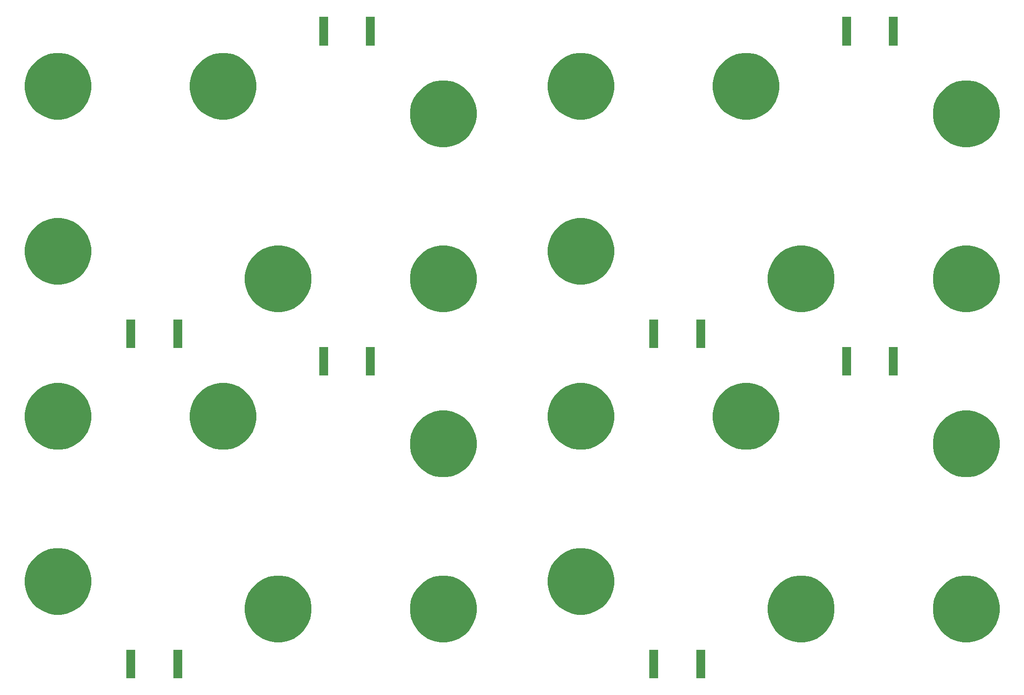
<source format=gbr>
G04 #@! TF.GenerationSoftware,KiCad,Pcbnew,(5.1.5)-3*
G04 #@! TF.CreationDate,2020-03-10T14:16:06+00:00*
G04 #@! TF.ProjectId,led_board,6c65645f-626f-4617-9264-2e6b69636164,rev?*
G04 #@! TF.SameCoordinates,Original*
G04 #@! TF.FileFunction,Soldermask,Bot*
G04 #@! TF.FilePolarity,Negative*
%FSLAX46Y46*%
G04 Gerber Fmt 4.6, Leading zero omitted, Abs format (unit mm)*
G04 Created by KiCad (PCBNEW (5.1.5)-3) date 2020-03-10 14:16:06*
%MOMM*%
%LPD*%
G04 APERTURE LIST*
%ADD10C,0.100000*%
G04 APERTURE END LIST*
D10*
G36*
X62551000Y-147591000D02*
G01*
X60949000Y-147591000D01*
X60949000Y-142409000D01*
X62551000Y-142409000D01*
X62551000Y-147591000D01*
G37*
G36*
X54051000Y-147591000D02*
G01*
X52449000Y-147591000D01*
X52449000Y-142409000D01*
X54051000Y-142409000D01*
X54051000Y-147591000D01*
G37*
G36*
X157551000Y-147591000D02*
G01*
X155949000Y-147591000D01*
X155949000Y-142409000D01*
X157551000Y-142409000D01*
X157551000Y-147591000D01*
G37*
G36*
X149051000Y-147591000D02*
G01*
X147449000Y-147591000D01*
X147449000Y-142409000D01*
X149051000Y-142409000D01*
X149051000Y-147591000D01*
G37*
G36*
X111765010Y-129181536D02*
G01*
X112866222Y-129637673D01*
X113857287Y-130299881D01*
X114700119Y-131142713D01*
X115362327Y-132133778D01*
X115818464Y-133234990D01*
X116051000Y-134404027D01*
X116051000Y-135595973D01*
X115818464Y-136765010D01*
X115362327Y-137866222D01*
X114700119Y-138857287D01*
X113857287Y-139700119D01*
X112866222Y-140362327D01*
X111765010Y-140818464D01*
X110595973Y-141051000D01*
X109404027Y-141051000D01*
X108234990Y-140818464D01*
X107133778Y-140362327D01*
X106142713Y-139700119D01*
X105299881Y-138857287D01*
X104637673Y-137866222D01*
X104181536Y-136765010D01*
X103949000Y-135595973D01*
X103949000Y-134404027D01*
X104181536Y-133234990D01*
X104637673Y-132133778D01*
X105299881Y-131142713D01*
X106142713Y-130299881D01*
X107133778Y-129637673D01*
X108234990Y-129181536D01*
X109404027Y-128949000D01*
X110595973Y-128949000D01*
X111765010Y-129181536D01*
G37*
G36*
X176765010Y-129181536D02*
G01*
X177866222Y-129637673D01*
X178857287Y-130299881D01*
X179700119Y-131142713D01*
X180362327Y-132133778D01*
X180818464Y-133234990D01*
X181051000Y-134404027D01*
X181051000Y-135595973D01*
X180818464Y-136765010D01*
X180362327Y-137866222D01*
X179700119Y-138857287D01*
X178857287Y-139700119D01*
X177866222Y-140362327D01*
X176765010Y-140818464D01*
X175595973Y-141051000D01*
X174404027Y-141051000D01*
X173234990Y-140818464D01*
X172133778Y-140362327D01*
X171142713Y-139700119D01*
X170299881Y-138857287D01*
X169637673Y-137866222D01*
X169181536Y-136765010D01*
X168949000Y-135595973D01*
X168949000Y-134404027D01*
X169181536Y-133234990D01*
X169637673Y-132133778D01*
X170299881Y-131142713D01*
X171142713Y-130299881D01*
X172133778Y-129637673D01*
X173234990Y-129181536D01*
X174404027Y-128949000D01*
X175595973Y-128949000D01*
X176765010Y-129181536D01*
G37*
G36*
X81765010Y-129181536D02*
G01*
X82866222Y-129637673D01*
X83857287Y-130299881D01*
X84700119Y-131142713D01*
X85362327Y-132133778D01*
X85818464Y-133234990D01*
X86051000Y-134404027D01*
X86051000Y-135595973D01*
X85818464Y-136765010D01*
X85362327Y-137866222D01*
X84700119Y-138857287D01*
X83857287Y-139700119D01*
X82866222Y-140362327D01*
X81765010Y-140818464D01*
X80595973Y-141051000D01*
X79404027Y-141051000D01*
X78234990Y-140818464D01*
X77133778Y-140362327D01*
X76142713Y-139700119D01*
X75299881Y-138857287D01*
X74637673Y-137866222D01*
X74181536Y-136765010D01*
X73949000Y-135595973D01*
X73949000Y-134404027D01*
X74181536Y-133234990D01*
X74637673Y-132133778D01*
X75299881Y-131142713D01*
X76142713Y-130299881D01*
X77133778Y-129637673D01*
X78234990Y-129181536D01*
X79404027Y-128949000D01*
X80595973Y-128949000D01*
X81765010Y-129181536D01*
G37*
G36*
X206765010Y-129181536D02*
G01*
X207866222Y-129637673D01*
X208857287Y-130299881D01*
X209700119Y-131142713D01*
X210362327Y-132133778D01*
X210818464Y-133234990D01*
X211051000Y-134404027D01*
X211051000Y-135595973D01*
X210818464Y-136765010D01*
X210362327Y-137866222D01*
X209700119Y-138857287D01*
X208857287Y-139700119D01*
X207866222Y-140362327D01*
X206765010Y-140818464D01*
X205595973Y-141051000D01*
X204404027Y-141051000D01*
X203234990Y-140818464D01*
X202133778Y-140362327D01*
X201142713Y-139700119D01*
X200299881Y-138857287D01*
X199637673Y-137866222D01*
X199181536Y-136765010D01*
X198949000Y-135595973D01*
X198949000Y-134404027D01*
X199181536Y-133234990D01*
X199637673Y-132133778D01*
X200299881Y-131142713D01*
X201142713Y-130299881D01*
X202133778Y-129637673D01*
X203234990Y-129181536D01*
X204404027Y-128949000D01*
X205595973Y-128949000D01*
X206765010Y-129181536D01*
G37*
G36*
X136765010Y-124181536D02*
G01*
X137866222Y-124637673D01*
X138857287Y-125299881D01*
X139700119Y-126142713D01*
X140362327Y-127133778D01*
X140818464Y-128234990D01*
X141051000Y-129404027D01*
X141051000Y-130595973D01*
X140818464Y-131765010D01*
X140362327Y-132866222D01*
X139700119Y-133857287D01*
X138857287Y-134700119D01*
X137866222Y-135362327D01*
X136765010Y-135818464D01*
X135595973Y-136051000D01*
X134404027Y-136051000D01*
X133234990Y-135818464D01*
X132133778Y-135362327D01*
X131142713Y-134700119D01*
X130299881Y-133857287D01*
X129637673Y-132866222D01*
X129181536Y-131765010D01*
X128949000Y-130595973D01*
X128949000Y-129404027D01*
X129181536Y-128234990D01*
X129637673Y-127133778D01*
X130299881Y-126142713D01*
X131142713Y-125299881D01*
X132133778Y-124637673D01*
X133234990Y-124181536D01*
X134404027Y-123949000D01*
X135595973Y-123949000D01*
X136765010Y-124181536D01*
G37*
G36*
X41765010Y-124181536D02*
G01*
X42866222Y-124637673D01*
X43857287Y-125299881D01*
X44700119Y-126142713D01*
X45362327Y-127133778D01*
X45818464Y-128234990D01*
X46051000Y-129404027D01*
X46051000Y-130595973D01*
X45818464Y-131765010D01*
X45362327Y-132866222D01*
X44700119Y-133857287D01*
X43857287Y-134700119D01*
X42866222Y-135362327D01*
X41765010Y-135818464D01*
X40595973Y-136051000D01*
X39404027Y-136051000D01*
X38234990Y-135818464D01*
X37133778Y-135362327D01*
X36142713Y-134700119D01*
X35299881Y-133857287D01*
X34637673Y-132866222D01*
X34181536Y-131765010D01*
X33949000Y-130595973D01*
X33949000Y-129404027D01*
X34181536Y-128234990D01*
X34637673Y-127133778D01*
X35299881Y-126142713D01*
X36142713Y-125299881D01*
X37133778Y-124637673D01*
X38234990Y-124181536D01*
X39404027Y-123949000D01*
X40595973Y-123949000D01*
X41765010Y-124181536D01*
G37*
G36*
X206765010Y-99181536D02*
G01*
X207866222Y-99637673D01*
X208857287Y-100299881D01*
X209700119Y-101142713D01*
X210362327Y-102133778D01*
X210818464Y-103234990D01*
X211051000Y-104404027D01*
X211051000Y-105595973D01*
X210818464Y-106765010D01*
X210362327Y-107866222D01*
X209700119Y-108857287D01*
X208857287Y-109700119D01*
X207866222Y-110362327D01*
X206765010Y-110818464D01*
X205595973Y-111051000D01*
X204404027Y-111051000D01*
X203234990Y-110818464D01*
X202133778Y-110362327D01*
X201142713Y-109700119D01*
X200299881Y-108857287D01*
X199637673Y-107866222D01*
X199181536Y-106765010D01*
X198949000Y-105595973D01*
X198949000Y-104404027D01*
X199181536Y-103234990D01*
X199637673Y-102133778D01*
X200299881Y-101142713D01*
X201142713Y-100299881D01*
X202133778Y-99637673D01*
X203234990Y-99181536D01*
X204404027Y-98949000D01*
X205595973Y-98949000D01*
X206765010Y-99181536D01*
G37*
G36*
X111765010Y-99181536D02*
G01*
X112866222Y-99637673D01*
X113857287Y-100299881D01*
X114700119Y-101142713D01*
X115362327Y-102133778D01*
X115818464Y-103234990D01*
X116051000Y-104404027D01*
X116051000Y-105595973D01*
X115818464Y-106765010D01*
X115362327Y-107866222D01*
X114700119Y-108857287D01*
X113857287Y-109700119D01*
X112866222Y-110362327D01*
X111765010Y-110818464D01*
X110595973Y-111051000D01*
X109404027Y-111051000D01*
X108234990Y-110818464D01*
X107133778Y-110362327D01*
X106142713Y-109700119D01*
X105299881Y-108857287D01*
X104637673Y-107866222D01*
X104181536Y-106765010D01*
X103949000Y-105595973D01*
X103949000Y-104404027D01*
X104181536Y-103234990D01*
X104637673Y-102133778D01*
X105299881Y-101142713D01*
X106142713Y-100299881D01*
X107133778Y-99637673D01*
X108234990Y-99181536D01*
X109404027Y-98949000D01*
X110595973Y-98949000D01*
X111765010Y-99181536D01*
G37*
G36*
X136765010Y-94181536D02*
G01*
X137866222Y-94637673D01*
X138857287Y-95299881D01*
X139700119Y-96142713D01*
X140362327Y-97133778D01*
X140818464Y-98234990D01*
X141051000Y-99404027D01*
X141051000Y-100595973D01*
X140818464Y-101765010D01*
X140362327Y-102866222D01*
X139700119Y-103857287D01*
X138857287Y-104700119D01*
X137866222Y-105362327D01*
X136765010Y-105818464D01*
X135595973Y-106051000D01*
X134404027Y-106051000D01*
X133234990Y-105818464D01*
X132133778Y-105362327D01*
X131142713Y-104700119D01*
X130299881Y-103857287D01*
X129637673Y-102866222D01*
X129181536Y-101765010D01*
X128949000Y-100595973D01*
X128949000Y-99404027D01*
X129181536Y-98234990D01*
X129637673Y-97133778D01*
X130299881Y-96142713D01*
X131142713Y-95299881D01*
X132133778Y-94637673D01*
X133234990Y-94181536D01*
X134404027Y-93949000D01*
X135595973Y-93949000D01*
X136765010Y-94181536D01*
G37*
G36*
X71765010Y-94181536D02*
G01*
X72866222Y-94637673D01*
X73857287Y-95299881D01*
X74700119Y-96142713D01*
X75362327Y-97133778D01*
X75818464Y-98234990D01*
X76051000Y-99404027D01*
X76051000Y-100595973D01*
X75818464Y-101765010D01*
X75362327Y-102866222D01*
X74700119Y-103857287D01*
X73857287Y-104700119D01*
X72866222Y-105362327D01*
X71765010Y-105818464D01*
X70595973Y-106051000D01*
X69404027Y-106051000D01*
X68234990Y-105818464D01*
X67133778Y-105362327D01*
X66142713Y-104700119D01*
X65299881Y-103857287D01*
X64637673Y-102866222D01*
X64181536Y-101765010D01*
X63949000Y-100595973D01*
X63949000Y-99404027D01*
X64181536Y-98234990D01*
X64637673Y-97133778D01*
X65299881Y-96142713D01*
X66142713Y-95299881D01*
X67133778Y-94637673D01*
X68234990Y-94181536D01*
X69404027Y-93949000D01*
X70595973Y-93949000D01*
X71765010Y-94181536D01*
G37*
G36*
X41765010Y-94181536D02*
G01*
X42866222Y-94637673D01*
X43857287Y-95299881D01*
X44700119Y-96142713D01*
X45362327Y-97133778D01*
X45818464Y-98234990D01*
X46051000Y-99404027D01*
X46051000Y-100595973D01*
X45818464Y-101765010D01*
X45362327Y-102866222D01*
X44700119Y-103857287D01*
X43857287Y-104700119D01*
X42866222Y-105362327D01*
X41765010Y-105818464D01*
X40595973Y-106051000D01*
X39404027Y-106051000D01*
X38234990Y-105818464D01*
X37133778Y-105362327D01*
X36142713Y-104700119D01*
X35299881Y-103857287D01*
X34637673Y-102866222D01*
X34181536Y-101765010D01*
X33949000Y-100595973D01*
X33949000Y-99404027D01*
X34181536Y-98234990D01*
X34637673Y-97133778D01*
X35299881Y-96142713D01*
X36142713Y-95299881D01*
X37133778Y-94637673D01*
X38234990Y-94181536D01*
X39404027Y-93949000D01*
X40595973Y-93949000D01*
X41765010Y-94181536D01*
G37*
G36*
X166765010Y-94181536D02*
G01*
X167866222Y-94637673D01*
X168857287Y-95299881D01*
X169700119Y-96142713D01*
X170362327Y-97133778D01*
X170818464Y-98234990D01*
X171051000Y-99404027D01*
X171051000Y-100595973D01*
X170818464Y-101765010D01*
X170362327Y-102866222D01*
X169700119Y-103857287D01*
X168857287Y-104700119D01*
X167866222Y-105362327D01*
X166765010Y-105818464D01*
X165595973Y-106051000D01*
X164404027Y-106051000D01*
X163234990Y-105818464D01*
X162133778Y-105362327D01*
X161142713Y-104700119D01*
X160299881Y-103857287D01*
X159637673Y-102866222D01*
X159181536Y-101765010D01*
X158949000Y-100595973D01*
X158949000Y-99404027D01*
X159181536Y-98234990D01*
X159637673Y-97133778D01*
X160299881Y-96142713D01*
X161142713Y-95299881D01*
X162133778Y-94637673D01*
X163234990Y-94181536D01*
X164404027Y-93949000D01*
X165595973Y-93949000D01*
X166765010Y-94181536D01*
G37*
G36*
X97551000Y-92591000D02*
G01*
X95949000Y-92591000D01*
X95949000Y-87409000D01*
X97551000Y-87409000D01*
X97551000Y-92591000D01*
G37*
G36*
X89051000Y-92591000D02*
G01*
X87449000Y-92591000D01*
X87449000Y-87409000D01*
X89051000Y-87409000D01*
X89051000Y-92591000D01*
G37*
G36*
X184051000Y-92591000D02*
G01*
X182449000Y-92591000D01*
X182449000Y-87409000D01*
X184051000Y-87409000D01*
X184051000Y-92591000D01*
G37*
G36*
X192551000Y-92591000D02*
G01*
X190949000Y-92591000D01*
X190949000Y-87409000D01*
X192551000Y-87409000D01*
X192551000Y-92591000D01*
G37*
G36*
X62551000Y-87591000D02*
G01*
X60949000Y-87591000D01*
X60949000Y-82409000D01*
X62551000Y-82409000D01*
X62551000Y-87591000D01*
G37*
G36*
X54051000Y-87591000D02*
G01*
X52449000Y-87591000D01*
X52449000Y-82409000D01*
X54051000Y-82409000D01*
X54051000Y-87591000D01*
G37*
G36*
X149051000Y-87591000D02*
G01*
X147449000Y-87591000D01*
X147449000Y-82409000D01*
X149051000Y-82409000D01*
X149051000Y-87591000D01*
G37*
G36*
X157551000Y-87591000D02*
G01*
X155949000Y-87591000D01*
X155949000Y-82409000D01*
X157551000Y-82409000D01*
X157551000Y-87591000D01*
G37*
G36*
X111765010Y-69181536D02*
G01*
X112866222Y-69637673D01*
X113857287Y-70299881D01*
X114700119Y-71142713D01*
X115362327Y-72133778D01*
X115818464Y-73234990D01*
X116051000Y-74404027D01*
X116051000Y-75595973D01*
X115818464Y-76765010D01*
X115362327Y-77866222D01*
X114700119Y-78857287D01*
X113857287Y-79700119D01*
X112866222Y-80362327D01*
X111765010Y-80818464D01*
X110595973Y-81051000D01*
X109404027Y-81051000D01*
X108234990Y-80818464D01*
X107133778Y-80362327D01*
X106142713Y-79700119D01*
X105299881Y-78857287D01*
X104637673Y-77866222D01*
X104181536Y-76765010D01*
X103949000Y-75595973D01*
X103949000Y-74404027D01*
X104181536Y-73234990D01*
X104637673Y-72133778D01*
X105299881Y-71142713D01*
X106142713Y-70299881D01*
X107133778Y-69637673D01*
X108234990Y-69181536D01*
X109404027Y-68949000D01*
X110595973Y-68949000D01*
X111765010Y-69181536D01*
G37*
G36*
X176765010Y-69181536D02*
G01*
X177866222Y-69637673D01*
X178857287Y-70299881D01*
X179700119Y-71142713D01*
X180362327Y-72133778D01*
X180818464Y-73234990D01*
X181051000Y-74404027D01*
X181051000Y-75595973D01*
X180818464Y-76765010D01*
X180362327Y-77866222D01*
X179700119Y-78857287D01*
X178857287Y-79700119D01*
X177866222Y-80362327D01*
X176765010Y-80818464D01*
X175595973Y-81051000D01*
X174404027Y-81051000D01*
X173234990Y-80818464D01*
X172133778Y-80362327D01*
X171142713Y-79700119D01*
X170299881Y-78857287D01*
X169637673Y-77866222D01*
X169181536Y-76765010D01*
X168949000Y-75595973D01*
X168949000Y-74404027D01*
X169181536Y-73234990D01*
X169637673Y-72133778D01*
X170299881Y-71142713D01*
X171142713Y-70299881D01*
X172133778Y-69637673D01*
X173234990Y-69181536D01*
X174404027Y-68949000D01*
X175595973Y-68949000D01*
X176765010Y-69181536D01*
G37*
G36*
X206765010Y-69181536D02*
G01*
X207866222Y-69637673D01*
X208857287Y-70299881D01*
X209700119Y-71142713D01*
X210362327Y-72133778D01*
X210818464Y-73234990D01*
X211051000Y-74404027D01*
X211051000Y-75595973D01*
X210818464Y-76765010D01*
X210362327Y-77866222D01*
X209700119Y-78857287D01*
X208857287Y-79700119D01*
X207866222Y-80362327D01*
X206765010Y-80818464D01*
X205595973Y-81051000D01*
X204404027Y-81051000D01*
X203234990Y-80818464D01*
X202133778Y-80362327D01*
X201142713Y-79700119D01*
X200299881Y-78857287D01*
X199637673Y-77866222D01*
X199181536Y-76765010D01*
X198949000Y-75595973D01*
X198949000Y-74404027D01*
X199181536Y-73234990D01*
X199637673Y-72133778D01*
X200299881Y-71142713D01*
X201142713Y-70299881D01*
X202133778Y-69637673D01*
X203234990Y-69181536D01*
X204404027Y-68949000D01*
X205595973Y-68949000D01*
X206765010Y-69181536D01*
G37*
G36*
X81765010Y-69181536D02*
G01*
X82866222Y-69637673D01*
X83857287Y-70299881D01*
X84700119Y-71142713D01*
X85362327Y-72133778D01*
X85818464Y-73234990D01*
X86051000Y-74404027D01*
X86051000Y-75595973D01*
X85818464Y-76765010D01*
X85362327Y-77866222D01*
X84700119Y-78857287D01*
X83857287Y-79700119D01*
X82866222Y-80362327D01*
X81765010Y-80818464D01*
X80595973Y-81051000D01*
X79404027Y-81051000D01*
X78234990Y-80818464D01*
X77133778Y-80362327D01*
X76142713Y-79700119D01*
X75299881Y-78857287D01*
X74637673Y-77866222D01*
X74181536Y-76765010D01*
X73949000Y-75595973D01*
X73949000Y-74404027D01*
X74181536Y-73234990D01*
X74637673Y-72133778D01*
X75299881Y-71142713D01*
X76142713Y-70299881D01*
X77133778Y-69637673D01*
X78234990Y-69181536D01*
X79404027Y-68949000D01*
X80595973Y-68949000D01*
X81765010Y-69181536D01*
G37*
G36*
X41765010Y-64181536D02*
G01*
X42866222Y-64637673D01*
X43857287Y-65299881D01*
X44700119Y-66142713D01*
X45362327Y-67133778D01*
X45818464Y-68234990D01*
X46051000Y-69404027D01*
X46051000Y-70595973D01*
X45818464Y-71765010D01*
X45362327Y-72866222D01*
X44700119Y-73857287D01*
X43857287Y-74700119D01*
X42866222Y-75362327D01*
X41765010Y-75818464D01*
X40595973Y-76051000D01*
X39404027Y-76051000D01*
X38234990Y-75818464D01*
X37133778Y-75362327D01*
X36142713Y-74700119D01*
X35299881Y-73857287D01*
X34637673Y-72866222D01*
X34181536Y-71765010D01*
X33949000Y-70595973D01*
X33949000Y-69404027D01*
X34181536Y-68234990D01*
X34637673Y-67133778D01*
X35299881Y-66142713D01*
X36142713Y-65299881D01*
X37133778Y-64637673D01*
X38234990Y-64181536D01*
X39404027Y-63949000D01*
X40595973Y-63949000D01*
X41765010Y-64181536D01*
G37*
G36*
X136765010Y-64181536D02*
G01*
X137866222Y-64637673D01*
X138857287Y-65299881D01*
X139700119Y-66142713D01*
X140362327Y-67133778D01*
X140818464Y-68234990D01*
X141051000Y-69404027D01*
X141051000Y-70595973D01*
X140818464Y-71765010D01*
X140362327Y-72866222D01*
X139700119Y-73857287D01*
X138857287Y-74700119D01*
X137866222Y-75362327D01*
X136765010Y-75818464D01*
X135595973Y-76051000D01*
X134404027Y-76051000D01*
X133234990Y-75818464D01*
X132133778Y-75362327D01*
X131142713Y-74700119D01*
X130299881Y-73857287D01*
X129637673Y-72866222D01*
X129181536Y-71765010D01*
X128949000Y-70595973D01*
X128949000Y-69404027D01*
X129181536Y-68234990D01*
X129637673Y-67133778D01*
X130299881Y-66142713D01*
X131142713Y-65299881D01*
X132133778Y-64637673D01*
X133234990Y-64181536D01*
X134404027Y-63949000D01*
X135595973Y-63949000D01*
X136765010Y-64181536D01*
G37*
G36*
X206765010Y-39181536D02*
G01*
X207866222Y-39637673D01*
X208857287Y-40299881D01*
X209700119Y-41142713D01*
X210362327Y-42133778D01*
X210818464Y-43234990D01*
X211051000Y-44404027D01*
X211051000Y-45595973D01*
X210818464Y-46765010D01*
X210362327Y-47866222D01*
X209700119Y-48857287D01*
X208857287Y-49700119D01*
X207866222Y-50362327D01*
X206765010Y-50818464D01*
X205595973Y-51051000D01*
X204404027Y-51051000D01*
X203234990Y-50818464D01*
X202133778Y-50362327D01*
X201142713Y-49700119D01*
X200299881Y-48857287D01*
X199637673Y-47866222D01*
X199181536Y-46765010D01*
X198949000Y-45595973D01*
X198949000Y-44404027D01*
X199181536Y-43234990D01*
X199637673Y-42133778D01*
X200299881Y-41142713D01*
X201142713Y-40299881D01*
X202133778Y-39637673D01*
X203234990Y-39181536D01*
X204404027Y-38949000D01*
X205595973Y-38949000D01*
X206765010Y-39181536D01*
G37*
G36*
X111765010Y-39181536D02*
G01*
X112866222Y-39637673D01*
X113857287Y-40299881D01*
X114700119Y-41142713D01*
X115362327Y-42133778D01*
X115818464Y-43234990D01*
X116051000Y-44404027D01*
X116051000Y-45595973D01*
X115818464Y-46765010D01*
X115362327Y-47866222D01*
X114700119Y-48857287D01*
X113857287Y-49700119D01*
X112866222Y-50362327D01*
X111765010Y-50818464D01*
X110595973Y-51051000D01*
X109404027Y-51051000D01*
X108234990Y-50818464D01*
X107133778Y-50362327D01*
X106142713Y-49700119D01*
X105299881Y-48857287D01*
X104637673Y-47866222D01*
X104181536Y-46765010D01*
X103949000Y-45595973D01*
X103949000Y-44404027D01*
X104181536Y-43234990D01*
X104637673Y-42133778D01*
X105299881Y-41142713D01*
X106142713Y-40299881D01*
X107133778Y-39637673D01*
X108234990Y-39181536D01*
X109404027Y-38949000D01*
X110595973Y-38949000D01*
X111765010Y-39181536D01*
G37*
G36*
X136765010Y-34181536D02*
G01*
X137866222Y-34637673D01*
X138857287Y-35299881D01*
X139700119Y-36142713D01*
X140362327Y-37133778D01*
X140818464Y-38234990D01*
X141051000Y-39404027D01*
X141051000Y-40595973D01*
X140818464Y-41765010D01*
X140362327Y-42866222D01*
X139700119Y-43857287D01*
X138857287Y-44700119D01*
X137866222Y-45362327D01*
X136765010Y-45818464D01*
X135595973Y-46051000D01*
X134404027Y-46051000D01*
X133234990Y-45818464D01*
X132133778Y-45362327D01*
X131142713Y-44700119D01*
X130299881Y-43857287D01*
X129637673Y-42866222D01*
X129181536Y-41765010D01*
X128949000Y-40595973D01*
X128949000Y-39404027D01*
X129181536Y-38234990D01*
X129637673Y-37133778D01*
X130299881Y-36142713D01*
X131142713Y-35299881D01*
X132133778Y-34637673D01*
X133234990Y-34181536D01*
X134404027Y-33949000D01*
X135595973Y-33949000D01*
X136765010Y-34181536D01*
G37*
G36*
X166765010Y-34181536D02*
G01*
X167866222Y-34637673D01*
X168857287Y-35299881D01*
X169700119Y-36142713D01*
X170362327Y-37133778D01*
X170818464Y-38234990D01*
X171051000Y-39404027D01*
X171051000Y-40595973D01*
X170818464Y-41765010D01*
X170362327Y-42866222D01*
X169700119Y-43857287D01*
X168857287Y-44700119D01*
X167866222Y-45362327D01*
X166765010Y-45818464D01*
X165595973Y-46051000D01*
X164404027Y-46051000D01*
X163234990Y-45818464D01*
X162133778Y-45362327D01*
X161142713Y-44700119D01*
X160299881Y-43857287D01*
X159637673Y-42866222D01*
X159181536Y-41765010D01*
X158949000Y-40595973D01*
X158949000Y-39404027D01*
X159181536Y-38234990D01*
X159637673Y-37133778D01*
X160299881Y-36142713D01*
X161142713Y-35299881D01*
X162133778Y-34637673D01*
X163234990Y-34181536D01*
X164404027Y-33949000D01*
X165595973Y-33949000D01*
X166765010Y-34181536D01*
G37*
G36*
X71765010Y-34181536D02*
G01*
X72866222Y-34637673D01*
X73857287Y-35299881D01*
X74700119Y-36142713D01*
X75362327Y-37133778D01*
X75818464Y-38234990D01*
X76051000Y-39404027D01*
X76051000Y-40595973D01*
X75818464Y-41765010D01*
X75362327Y-42866222D01*
X74700119Y-43857287D01*
X73857287Y-44700119D01*
X72866222Y-45362327D01*
X71765010Y-45818464D01*
X70595973Y-46051000D01*
X69404027Y-46051000D01*
X68234990Y-45818464D01*
X67133778Y-45362327D01*
X66142713Y-44700119D01*
X65299881Y-43857287D01*
X64637673Y-42866222D01*
X64181536Y-41765010D01*
X63949000Y-40595973D01*
X63949000Y-39404027D01*
X64181536Y-38234990D01*
X64637673Y-37133778D01*
X65299881Y-36142713D01*
X66142713Y-35299881D01*
X67133778Y-34637673D01*
X68234990Y-34181536D01*
X69404027Y-33949000D01*
X70595973Y-33949000D01*
X71765010Y-34181536D01*
G37*
G36*
X41765010Y-34181536D02*
G01*
X42866222Y-34637673D01*
X43857287Y-35299881D01*
X44700119Y-36142713D01*
X45362327Y-37133778D01*
X45818464Y-38234990D01*
X46051000Y-39404027D01*
X46051000Y-40595973D01*
X45818464Y-41765010D01*
X45362327Y-42866222D01*
X44700119Y-43857287D01*
X43857287Y-44700119D01*
X42866222Y-45362327D01*
X41765010Y-45818464D01*
X40595973Y-46051000D01*
X39404027Y-46051000D01*
X38234990Y-45818464D01*
X37133778Y-45362327D01*
X36142713Y-44700119D01*
X35299881Y-43857287D01*
X34637673Y-42866222D01*
X34181536Y-41765010D01*
X33949000Y-40595973D01*
X33949000Y-39404027D01*
X34181536Y-38234990D01*
X34637673Y-37133778D01*
X35299881Y-36142713D01*
X36142713Y-35299881D01*
X37133778Y-34637673D01*
X38234990Y-34181536D01*
X39404027Y-33949000D01*
X40595973Y-33949000D01*
X41765010Y-34181536D01*
G37*
G36*
X97551000Y-32591000D02*
G01*
X95949000Y-32591000D01*
X95949000Y-27409000D01*
X97551000Y-27409000D01*
X97551000Y-32591000D01*
G37*
G36*
X89051000Y-32591000D02*
G01*
X87449000Y-32591000D01*
X87449000Y-27409000D01*
X89051000Y-27409000D01*
X89051000Y-32591000D01*
G37*
G36*
X192551000Y-32591000D02*
G01*
X190949000Y-32591000D01*
X190949000Y-27409000D01*
X192551000Y-27409000D01*
X192551000Y-32591000D01*
G37*
G36*
X184051000Y-32591000D02*
G01*
X182449000Y-32591000D01*
X182449000Y-27409000D01*
X184051000Y-27409000D01*
X184051000Y-32591000D01*
G37*
M02*

</source>
